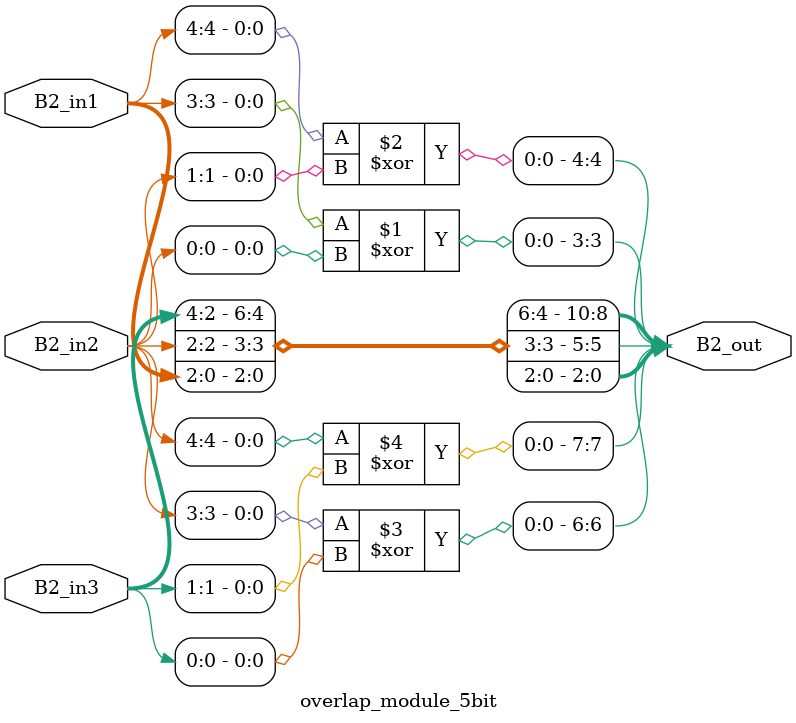
<source format=v>
`timescale 1ns / 1ps 
    
    
module overlap_module_5bit(     
    B2_in1,                
    B2_in2,             
    B2_in3,   
    B2_out 
    );     


parameter n = 6;
    
input [n-2:0] B2_in1;   
input [n-2:0] B2_in2;    
input [n-2:0] B2_in3;    

output [2*n-2:0] B2_out;  
    


assign B2_out[0] = B2_in1[0];

assign B2_out[1] = B2_in1[1];

assign B2_out[2] = B2_in1[2];

assign B2_out[3] = B2_in1[3]^ B2_in2[0];

assign B2_out[4] = B2_in1[4]^ B2_in2[1];

assign B2_out[5] = B2_in2[2];

assign B2_out[6] = B2_in2[3]^B2_in3[0];

assign B2_out[7] = B2_in2[4]^B2_in3[1];

assign B2_out[8] = B2_in3[2];

assign B2_out[9] = B2_in3[3];

assign B2_out[10] = B2_in3[4];

endmodule
</source>
